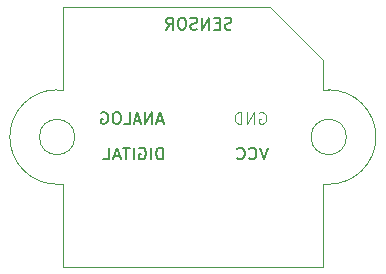
<source format=gbr>
G04 (created by PCBNEW (2013-may-18)-stable) date Пт 28 авг 2015 20:33:06*
%MOIN*%
G04 Gerber Fmt 3.4, Leading zero omitted, Abs format*
%FSLAX34Y34*%
G01*
G70*
G90*
G04 APERTURE LIST*
%ADD10C,0.00393701*%
%ADD11C,0.00590551*%
%ADD12C,0.00492126*%
G04 APERTURE END LIST*
G54D10*
X7005Y-8570D02*
X7201Y-8570D01*
X7201Y-8570D02*
X7201Y-5814D01*
X7201Y-14475D02*
X7201Y-11720D01*
X7201Y-11720D02*
X7005Y-11720D01*
X16060Y-11720D02*
X15863Y-11720D01*
X15863Y-11720D02*
X15863Y-14475D01*
X16060Y-8570D02*
X15863Y-8570D01*
X15863Y-8570D02*
X15863Y-7783D01*
X7005Y-11720D02*
G75*
G02X5430Y-10145I0J1574D01*
G74*
G01*
X5430Y-10145D02*
G75*
G02X7005Y-8570I1574J0D01*
G74*
G01*
X17635Y-10145D02*
G75*
G02X16060Y-11720I-1574J0D01*
G74*
G01*
X16060Y-8570D02*
G75*
G02X17635Y-10145I0J-1574D01*
G74*
G01*
X16650Y-10145D02*
G75*
G03X16650Y-10145I-590J0D01*
G74*
G01*
X7595Y-10145D02*
G75*
G03X7595Y-10145I-590J0D01*
G74*
G01*
X15863Y-7783D02*
X15863Y-7586D01*
X15863Y-7586D02*
X14091Y-5814D01*
X14091Y-5814D02*
X7201Y-5814D01*
X7201Y-14475D02*
X15863Y-14475D01*
G54D11*
X12816Y-6545D02*
X12760Y-6564D01*
X12666Y-6564D01*
X12629Y-6545D01*
X12610Y-6526D01*
X12591Y-6489D01*
X12591Y-6451D01*
X12610Y-6414D01*
X12629Y-6395D01*
X12666Y-6376D01*
X12741Y-6358D01*
X12779Y-6339D01*
X12798Y-6320D01*
X12816Y-6283D01*
X12816Y-6245D01*
X12798Y-6208D01*
X12779Y-6189D01*
X12741Y-6170D01*
X12648Y-6170D01*
X12591Y-6189D01*
X12423Y-6358D02*
X12291Y-6358D01*
X12235Y-6564D02*
X12423Y-6564D01*
X12423Y-6170D01*
X12235Y-6170D01*
X12066Y-6564D02*
X12066Y-6170D01*
X11842Y-6564D01*
X11842Y-6170D01*
X11673Y-6545D02*
X11617Y-6564D01*
X11523Y-6564D01*
X11485Y-6545D01*
X11467Y-6526D01*
X11448Y-6489D01*
X11448Y-6451D01*
X11467Y-6414D01*
X11485Y-6395D01*
X11523Y-6376D01*
X11598Y-6358D01*
X11635Y-6339D01*
X11654Y-6320D01*
X11673Y-6283D01*
X11673Y-6245D01*
X11654Y-6208D01*
X11635Y-6189D01*
X11598Y-6170D01*
X11504Y-6170D01*
X11448Y-6189D01*
X11204Y-6170D02*
X11129Y-6170D01*
X11092Y-6189D01*
X11054Y-6227D01*
X11035Y-6302D01*
X11035Y-6433D01*
X11054Y-6508D01*
X11092Y-6545D01*
X11129Y-6564D01*
X11204Y-6564D01*
X11242Y-6545D01*
X11279Y-6508D01*
X11298Y-6433D01*
X11298Y-6302D01*
X11279Y-6227D01*
X11242Y-6189D01*
X11204Y-6170D01*
X10642Y-6564D02*
X10773Y-6376D01*
X10867Y-6564D02*
X10867Y-6170D01*
X10717Y-6170D01*
X10679Y-6189D01*
X10660Y-6208D01*
X10642Y-6245D01*
X10642Y-6302D01*
X10660Y-6339D01*
X10679Y-6358D01*
X10717Y-6376D01*
X10867Y-6376D01*
X10529Y-10895D02*
X10529Y-10501D01*
X10435Y-10501D01*
X10379Y-10520D01*
X10342Y-10557D01*
X10323Y-10595D01*
X10304Y-10670D01*
X10304Y-10726D01*
X10323Y-10801D01*
X10342Y-10838D01*
X10379Y-10876D01*
X10435Y-10895D01*
X10529Y-10895D01*
X10135Y-10895D02*
X10135Y-10501D01*
X9742Y-10520D02*
X9779Y-10501D01*
X9836Y-10501D01*
X9892Y-10520D01*
X9929Y-10557D01*
X9948Y-10595D01*
X9967Y-10670D01*
X9967Y-10726D01*
X9948Y-10801D01*
X9929Y-10838D01*
X9892Y-10876D01*
X9836Y-10895D01*
X9798Y-10895D01*
X9742Y-10876D01*
X9723Y-10857D01*
X9723Y-10726D01*
X9798Y-10726D01*
X9554Y-10895D02*
X9554Y-10501D01*
X9423Y-10501D02*
X9198Y-10501D01*
X9311Y-10895D02*
X9311Y-10501D01*
X9086Y-10782D02*
X8898Y-10782D01*
X9123Y-10895D02*
X8992Y-10501D01*
X8861Y-10895D01*
X8542Y-10895D02*
X8729Y-10895D01*
X8729Y-10501D01*
X14026Y-10501D02*
X13894Y-10895D01*
X13763Y-10501D01*
X13407Y-10857D02*
X13426Y-10876D01*
X13482Y-10895D01*
X13519Y-10895D01*
X13576Y-10876D01*
X13613Y-10838D01*
X13632Y-10801D01*
X13651Y-10726D01*
X13651Y-10670D01*
X13632Y-10595D01*
X13613Y-10557D01*
X13576Y-10520D01*
X13519Y-10501D01*
X13482Y-10501D01*
X13426Y-10520D01*
X13407Y-10538D01*
X13013Y-10857D02*
X13032Y-10876D01*
X13088Y-10895D01*
X13126Y-10895D01*
X13182Y-10876D01*
X13219Y-10838D01*
X13238Y-10801D01*
X13257Y-10726D01*
X13257Y-10670D01*
X13238Y-10595D01*
X13219Y-10557D01*
X13182Y-10520D01*
X13126Y-10501D01*
X13088Y-10501D01*
X13032Y-10520D01*
X13013Y-10538D01*
X10531Y-9596D02*
X10343Y-9596D01*
X10568Y-9709D02*
X10437Y-9315D01*
X10306Y-9709D01*
X10174Y-9709D02*
X10174Y-9315D01*
X9949Y-9709D01*
X9949Y-9315D01*
X9781Y-9596D02*
X9593Y-9596D01*
X9818Y-9709D02*
X9687Y-9315D01*
X9556Y-9709D01*
X9237Y-9709D02*
X9425Y-9709D01*
X9425Y-9315D01*
X9031Y-9315D02*
X8956Y-9315D01*
X8918Y-9334D01*
X8881Y-9371D01*
X8862Y-9446D01*
X8862Y-9578D01*
X8881Y-9653D01*
X8918Y-9690D01*
X8956Y-9709D01*
X9031Y-9709D01*
X9068Y-9690D01*
X9106Y-9653D01*
X9125Y-9578D01*
X9125Y-9446D01*
X9106Y-9371D01*
X9068Y-9334D01*
X9031Y-9315D01*
X8487Y-9334D02*
X8525Y-9315D01*
X8581Y-9315D01*
X8637Y-9334D01*
X8675Y-9371D01*
X8693Y-9409D01*
X8712Y-9484D01*
X8712Y-9540D01*
X8693Y-9615D01*
X8675Y-9653D01*
X8637Y-9690D01*
X8581Y-9709D01*
X8543Y-9709D01*
X8487Y-9690D01*
X8468Y-9671D01*
X8468Y-9540D01*
X8543Y-9540D01*
G54D12*
X13749Y-9334D02*
X13787Y-9315D01*
X13843Y-9315D01*
X13899Y-9334D01*
X13937Y-9371D01*
X13956Y-9409D01*
X13974Y-9484D01*
X13974Y-9540D01*
X13956Y-9615D01*
X13937Y-9653D01*
X13899Y-9690D01*
X13843Y-9709D01*
X13806Y-9709D01*
X13749Y-9690D01*
X13731Y-9671D01*
X13731Y-9540D01*
X13806Y-9540D01*
X13562Y-9709D02*
X13562Y-9315D01*
X13337Y-9709D01*
X13337Y-9315D01*
X13150Y-9709D02*
X13150Y-9315D01*
X13056Y-9315D01*
X13000Y-9334D01*
X12962Y-9371D01*
X12943Y-9409D01*
X12925Y-9484D01*
X12925Y-9540D01*
X12943Y-9615D01*
X12962Y-9653D01*
X13000Y-9690D01*
X13056Y-9709D01*
X13150Y-9709D01*
M02*

</source>
